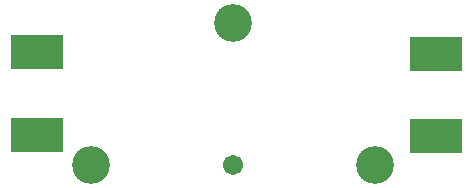
<source format=gbr>
G04 EAGLE Gerber RS-274X export*
G75*
%MOMM*%
%FSLAX34Y34*%
%LPD*%
%INSoldermask Bottom*%
%IPPOS*%
%AMOC8*
5,1,8,0,0,1.08239X$1,22.5*%
G01*
%ADD10C,3.203200*%
%ADD11R,4.394200X2.870200*%
%ADD12C,1.703200*%


D10*
X67000Y30000D03*
X187000Y150000D03*
X307000Y30000D03*
D11*
X21154Y55224D03*
X21154Y125116D03*
X358576Y123846D03*
X358576Y53954D03*
D12*
X187300Y30000D03*
M02*

</source>
